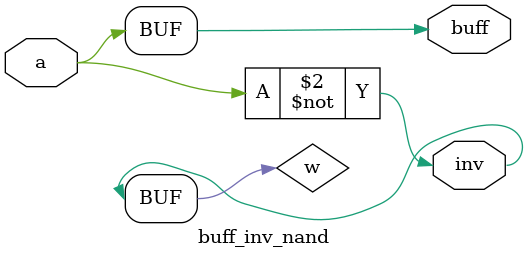
<source format=v>
module buff_inv_nand(output buff,inv,input a);
	wire w;
	assign w = ~(a&a);
	assign buff =~(w&w);
	assign inv = w;
endmodule 
</source>
